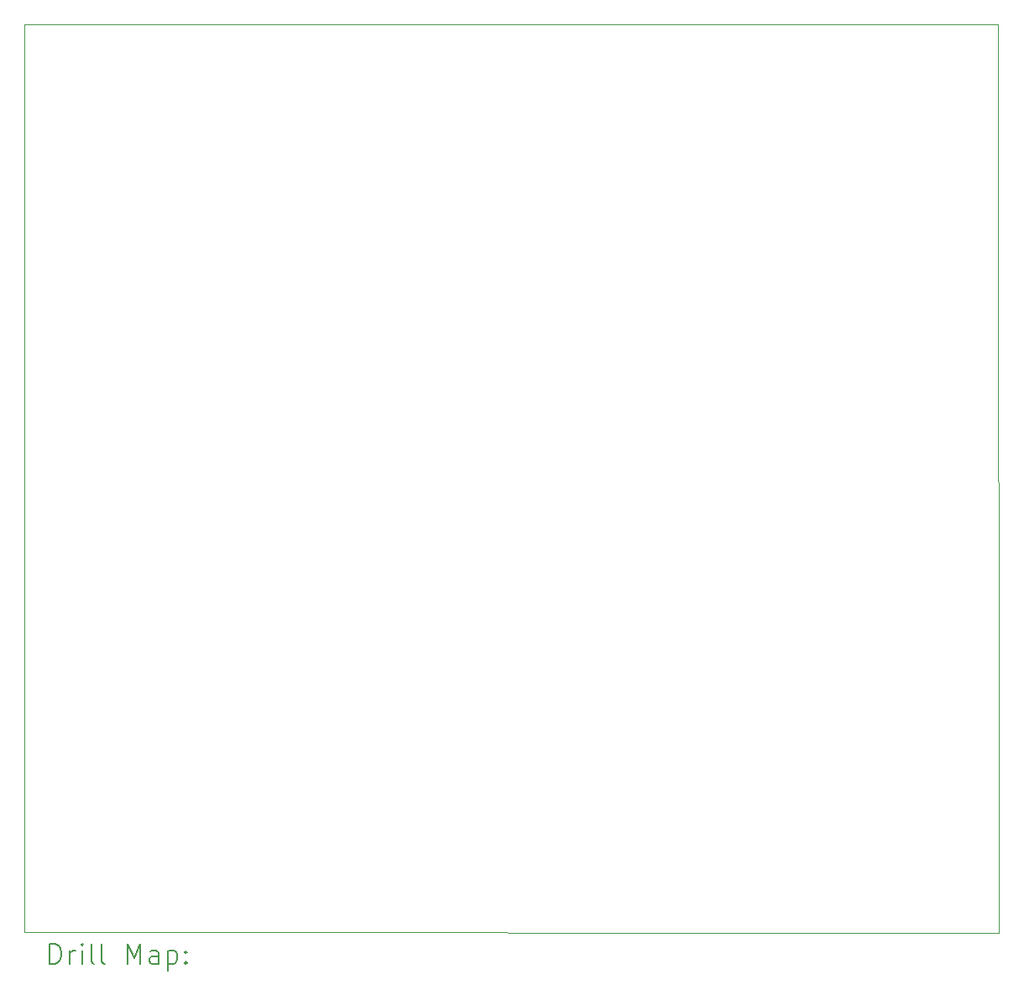
<source format=gbr>
%TF.GenerationSoftware,KiCad,Pcbnew,6.0.11+dfsg-1~bpo11+1*%
%TF.CreationDate,2023-03-06T17:28:26+08:00*%
%TF.ProjectId,sot2dip - panel,736f7432-6469-4702-902d-2070616e656c,rev?*%
%TF.SameCoordinates,Original*%
%TF.FileFunction,Drillmap*%
%TF.FilePolarity,Positive*%
%FSLAX45Y45*%
G04 Gerber Fmt 4.5, Leading zero omitted, Abs format (unit mm)*
G04 Created by KiCad (PCBNEW 6.0.11+dfsg-1~bpo11+1) date 2023-03-06 17:28:26*
%MOMM*%
%LPD*%
G01*
G04 APERTURE LIST*
%ADD10C,0.050000*%
%ADD11C,0.200000*%
G04 APERTURE END LIST*
D10*
X20330000Y-14770000D02*
X10500000Y-14760000D01*
X10500000Y-5600000D02*
X20320000Y-5600000D01*
X10500000Y-14760000D02*
X10500000Y-5600000D01*
X20320000Y-5600000D02*
X20330000Y-14770000D01*
D11*
X10755119Y-15082976D02*
X10755119Y-14882976D01*
X10802738Y-14882976D01*
X10831310Y-14892500D01*
X10850357Y-14911548D01*
X10859881Y-14930595D01*
X10869405Y-14968690D01*
X10869405Y-14997262D01*
X10859881Y-15035357D01*
X10850357Y-15054405D01*
X10831310Y-15073452D01*
X10802738Y-15082976D01*
X10755119Y-15082976D01*
X10955119Y-15082976D02*
X10955119Y-14949643D01*
X10955119Y-14987738D02*
X10964643Y-14968690D01*
X10974167Y-14959167D01*
X10993214Y-14949643D01*
X11012262Y-14949643D01*
X11078929Y-15082976D02*
X11078929Y-14949643D01*
X11078929Y-14882976D02*
X11069405Y-14892500D01*
X11078929Y-14902024D01*
X11088452Y-14892500D01*
X11078929Y-14882976D01*
X11078929Y-14902024D01*
X11202738Y-15082976D02*
X11183690Y-15073452D01*
X11174167Y-15054405D01*
X11174167Y-14882976D01*
X11307500Y-15082976D02*
X11288452Y-15073452D01*
X11278928Y-15054405D01*
X11278928Y-14882976D01*
X11536071Y-15082976D02*
X11536071Y-14882976D01*
X11602738Y-15025833D01*
X11669405Y-14882976D01*
X11669405Y-15082976D01*
X11850357Y-15082976D02*
X11850357Y-14978214D01*
X11840833Y-14959167D01*
X11821786Y-14949643D01*
X11783690Y-14949643D01*
X11764643Y-14959167D01*
X11850357Y-15073452D02*
X11831309Y-15082976D01*
X11783690Y-15082976D01*
X11764643Y-15073452D01*
X11755119Y-15054405D01*
X11755119Y-15035357D01*
X11764643Y-15016309D01*
X11783690Y-15006786D01*
X11831309Y-15006786D01*
X11850357Y-14997262D01*
X11945595Y-14949643D02*
X11945595Y-15149643D01*
X11945595Y-14959167D02*
X11964643Y-14949643D01*
X12002738Y-14949643D01*
X12021786Y-14959167D01*
X12031309Y-14968690D01*
X12040833Y-14987738D01*
X12040833Y-15044881D01*
X12031309Y-15063928D01*
X12021786Y-15073452D01*
X12002738Y-15082976D01*
X11964643Y-15082976D01*
X11945595Y-15073452D01*
X12126548Y-15063928D02*
X12136071Y-15073452D01*
X12126548Y-15082976D01*
X12117024Y-15073452D01*
X12126548Y-15063928D01*
X12126548Y-15082976D01*
X12126548Y-14959167D02*
X12136071Y-14968690D01*
X12126548Y-14978214D01*
X12117024Y-14968690D01*
X12126548Y-14959167D01*
X12126548Y-14978214D01*
M02*

</source>
